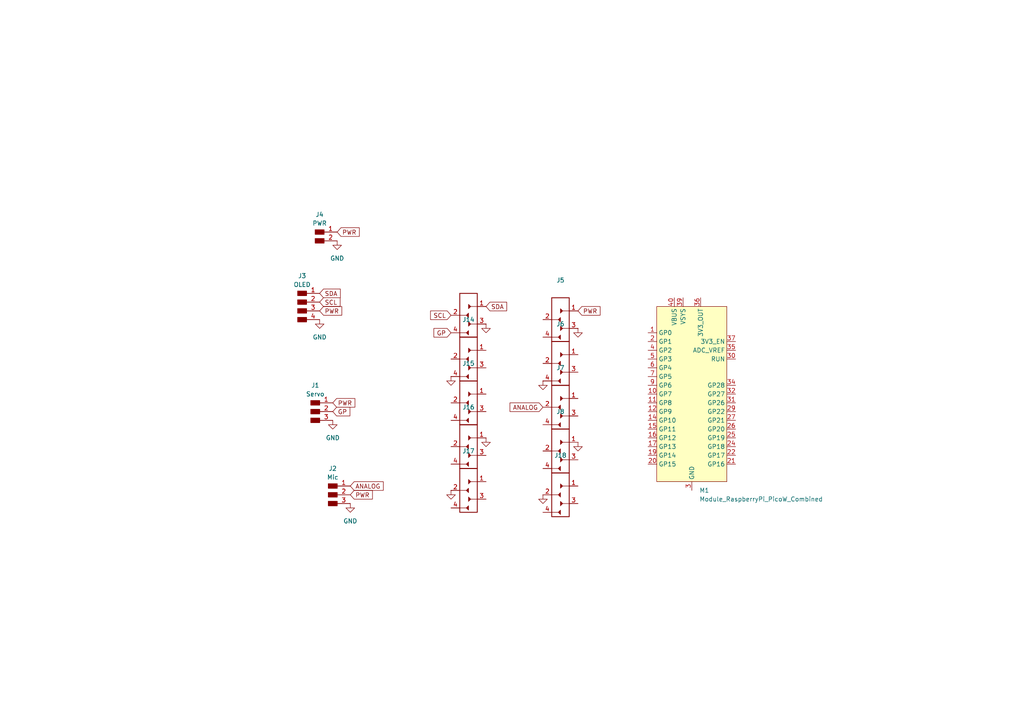
<source format=kicad_sch>
(kicad_sch (version 20231120) (generator "eeschema") (generator_version "8.0")
  (paper "A4")
  (lib_symbols
    (symbol "fab:Module_RaspberryPi_PicoW_Combined"
      (property "Reference" "M" (at 0 0 0))
      (property "Value" "Module_RaspberryPi_PicoW_Combined" (at 0 0 0))
      (symbol "Module_RaspberryPi_PicoW_Combined_1_1"
        (rectangle (start -10.16 25.4) (end 10.16 -25.4) (fill (type background)))
        (pin bidirectional line (at -12.7 17.78 0) (length 2.54) (name "GP0") (number "1"))
        (pin bidirectional line (at -12.7 0 0) (length 2.54) (name "GP7") (number "10"))
        (pin bidirectional line (at -12.7 -2.54 0) (length 2.54) (name "GP8") (number "11"))
        (pin bidirectional line (at -12.7 -5.08 0) (length 2.54) (name "GP9") (number "12"))
        (pin passive line (at 0 -27.94 90) (length 2.54) hide (name "GND") (number "13"))
        (pin bidirectional line (at -12.7 -7.62 0) (length 2.54) (name "GP10") (number "14"))
        (pin bidirectional line (at -12.7 -10.16 0) (length 2.54) (name "GP11") (number "15"))
        (pin bidirectional line (at -12.7 -12.7 0) (length 2.54) (name "GP12") (number "16"))
        (pin bidirectional line (at -12.7 -15.24 0) (length 2.54) (name "GP13") (number "17"))
        (pin passive line (at 0 -27.94 90) (length 2.54) hide (name "GND") (number "18"))
        (pin bidirectional line (at -12.7 -17.78 0) (length 2.54) (name "GP14") (number "19"))
        (pin bidirectional line (at -12.7 15.24 0) (length 2.54) (name "GP1") (number "2"))
        (pin bidirectional line (at -12.7 -20.32 0) (length 2.54) (name "GP15") (number "20"))
        (pin bidirectional line (at 12.7 -20.32 180) (length 2.54) (name "GP16") (number "21"))
        (pin bidirectional line (at 12.7 -17.78 180) (length 2.54) (name "GP17") (number "22"))
        (pin passive line (at 0 -27.94 90) (length 2.54) hide (name "GND") (number "23"))
        (pin bidirectional line (at 12.7 -15.24 180) (length 2.54) (name "GP18") (number "24"))
        (pin bidirectional line (at 12.7 -12.7 180) (length 2.54) (name "GP19") (number "25"))
        (pin bidirectional line (at 12.7 -10.16 180) (length 2.54) (name "GP20") (number "26"))
        (pin bidirectional line (at 12.7 -7.62 180) (length 2.54) (name "GP21") (number "27"))
        (pin passive line (at 0 -27.94 90) (length 2.54) hide (name "GND") (number "28"))
        (pin bidirectional line (at 12.7 -5.08 180) (length 2.54) (name "GP22") (number "29"))
        (pin power_in line (at 0 -27.94 90) (length 2.54) (name "GND") (number "3"))
        (pin input line (at 12.7 10.16 180) (length 2.54) (name "RUN") (number "30"))
        (pin bidirectional line (at 12.7 -2.54 180) (length 2.54) (name "GP26") (number "31"))
        (pin bidirectional line (at 12.7 0 180) (length 2.54) (name "GP27") (number "32"))
        (pin passive line (at 0 -27.94 90) (length 2.54) hide (name "GND") (number "33"))
        (pin bidirectional line (at 12.7 2.54 180) (length 2.54) (name "GP28") (number "34"))
        (pin input line (at 12.7 12.7 180) (length 2.54) (name "ADC_VREF") (number "35"))
        (pin power_in line (at 2.54 27.94 270) (length 2.54) (name "3V3_OUT") (number "36"))
        (pin input line (at 12.7 15.24 180) (length 2.54) (name "3V3_EN") (number "37"))
        (pin passive line (at 0 -27.94 90) (length 2.54) hide (name "GND") (number "38"))
        (pin power_in line (at -2.54 27.94 270) (length 2.54) (name "VSYS") (number "39"))
        (pin bidirectional line (at -12.7 12.7 0) (length 2.54) (name "GP2") (number "4"))
        (pin power_in line (at -5.08 27.94 270) (length 2.54) (name "VBUS") (number "40"))
        (pin bidirectional line (at -12.7 10.16 0) (length 2.54) (name "GP3") (number "5"))
        (pin bidirectional line (at -12.7 7.62 0) (length 2.54) (name "GP4") (number "6"))
        (pin bidirectional line (at -12.7 5.08 0) (length 2.54) (name "GP5") (number "7"))
        (pin passive line (at 0 -27.94 90) (length 2.54) hide (name "GND") (number "8"))
        (pin bidirectional line (at -12.7 2.54 0) (length 2.54) (name "GP6") (number "9"))
      )
    )
    (symbol "fab:PinHeader_01x02_P2.54mm_Horizontal_SMD" (pin_names hide)
      (property "Reference" "J" (at 0 2.54 0))
      (property "Value" "PinHeader_01x02_P2.54mm_Horizontal_SMD" (at 0 -5.08 0))
      (symbol "PinHeader_01x02_P2.54mm_Horizontal_SMD_1_1"
        (rectangle (start -1.27 -1.905) (end 1.27 -3.175) (stroke (width 0.254)) (fill (type outline)))
        (rectangle (start -1.27 0.635) (end 1.27 -0.635) (stroke (width 0.254)) (fill (type outline)))
        (pin passive line (at 5.08 0 180) (length 3.81) (name "Pin_1") (number "1"))
        (pin passive line (at 5.08 -2.54 180) (length 3.81) (name "Pin_2") (number "2"))
      )
    )
    (symbol "fab:PinHeader_01x03_P2.54mm_Horizontal_SMD" (pin_names hide)
      (property "Reference" "J" (at 0 5.08 0))
      (property "Value" "PinHeader_01x03_P2.54mm_Horizontal_SMD" (at 0 -5.08 0))
      (symbol "PinHeader_01x03_P2.54mm_Horizontal_SMD_1_1"
        (rectangle (start -1.27 -1.905) (end 1.27 -3.175) (stroke (width 0.254)) (fill (type outline)))
        (rectangle (start -1.27 0.635) (end 1.27 -0.635) (stroke (width 0.254)) (fill (type outline)))
        (rectangle (start -1.27 3.175) (end 1.27 1.905) (stroke (width 0.254)) (fill (type outline)))
        (pin passive line (at 5.08 2.54 180) (length 3.81) (name "Pin_1") (number "1"))
        (pin passive line (at 5.08 0 180) (length 3.81) (name "Pin_2") (number "2"))
        (pin passive line (at 5.08 -2.54 180) (length 3.81) (name "Pin_3") (number "3"))
      )
    )
    (symbol "fab:PinHeader_01x04_P2.54mm_Horizontal_SMD" (pin_names hide)
      (property "Reference" "J" (at 0 5.08 0))
      (property "Value" "PinHeader_01x04_P2.54mm_Horizontal_SMD" (at 0 -7.62 0))
      (symbol "PinHeader_01x04_P2.54mm_Horizontal_SMD_1_1"
        (rectangle (start -1.27 -4.445) (end 1.27 -5.715) (stroke (width 0.254)) (fill (type outline)))
        (rectangle (start -1.27 -1.905) (end 1.27 -3.175) (stroke (width 0.254)) (fill (type outline)))
        (rectangle (start -1.27 0.635) (end 1.27 -0.635) (stroke (width 0.254)) (fill (type outline)))
        (rectangle (start -1.27 3.175) (end 1.27 1.905) (stroke (width 0.254)) (fill (type outline)))
        (pin passive line (at 5.08 2.54 180) (length 3.81) (name "Pin_1") (number "1"))
        (pin passive line (at 5.08 0 180) (length 3.81) (name "Pin_2") (number "2"))
        (pin passive line (at 5.08 -2.54 180) (length 3.81) (name "Pin_3") (number "3"))
        (pin passive line (at 5.08 -5.08 180) (length 3.81) (name "Pin_4") (number "4"))
      )
    )
    (symbol "fab:PinSocket_01x04_P2.54mm_Vertical_SMD" (pin_names hide)
      (property "Reference" "J" (at 0 7.62 0))
      (property "Value" "PinSocket_01x04_P2.54mm_Vertical_SMD" (at 0 -7.62 0))
      (symbol "PinSocket_01x04_P2.54mm_Vertical_SMD_0_0"
        (polyline (pts (xy 0 -5.08) (xy -2.54 -5.08)))
        (polyline (pts (xy 0 0) (xy -2.54 0)))
        (polyline (pts (xy 2.54 -2.54) (xy 0 -2.54)))
        (polyline (pts (xy 2.54 2.54) (xy 0 2.54)))
        (polyline (pts (xy 0 -5.715) (xy -0.635 -5.08) (xy 0 -4.445) (xy 0 -5.715)) (fill (type outline)))
        (polyline (pts (xy 0 -3.175) (xy 0.635 -2.54) (xy 0 -1.905) (xy 0 -3.175)) (fill (type outline)))
        (polyline (pts (xy 0 -0.635) (xy -0.635 0) (xy 0 0.635) (xy 0 -0.635)) (fill (type outline)))
        (polyline (pts (xy 0 1.905) (xy 0.635 2.54) (xy 0 3.175) (xy 0 1.905)) (fill (type outline)))
      )
      (symbol "PinSocket_01x04_P2.54mm_Vertical_SMD_1_0"
        (rectangle (start -2.54 6.35) (end 2.54 -6.35) (stroke (width 0.254)))
      )
      (symbol "PinSocket_01x04_P2.54mm_Vertical_SMD_1_1"
        (pin passive line (at 5.08 2.54 180) (length 2.54) (name "Pin_1") (number "1"))
        (pin passive line (at -5.08 0 0) (length 2.54) (name "Pin_2") (number "2"))
        (pin passive line (at 5.08 -2.54 180) (length 2.54) (name "Pin_1") (number "3"))
        (pin passive line (at -5.08 -5.08 0) (length 2.54) (name "Pin_2") (number "4"))
      )
    )
    (symbol "power:GND" (power) (pin_numbers hide) (pin_names (offset 0) hide)
      (property "Value" "GND" (at 0 -3.81 0))
      (symbol "GND_0_1"
        (polyline (pts (xy 0 0) (xy 0 -1.27) (xy 1.27 -1.27) (xy 0 -2.54) (xy -1.27 -1.27) (xy 0 -1.27)))
      )
      (symbol "GND_1_1"
        (pin power_in line (at 0 0 270) (length 0) (name "~") (number "1"))
      )
    )
  )
  (global_label "GP" (shape input) (at 96.52 119.38 0) (property "Intersheetrefs" "${INTERSHEET_REFS}" (effects (hide yes))))
  (global_label "SCL" (shape input) (at 130.81 91.44 180) (property "Intersheetrefs" "${INTERSHEET_REFS}" (effects (hide yes))))
  (global_label "PWR" (shape input) (at 96.52 116.84 0) (property "Intersheetrefs" "${INTERSHEET_REFS}" (effects (hide yes))))
  (global_label "ANALOG" (shape input) (at 101.6 140.97 0) (property "Intersheetrefs" "${INTERSHEET_REFS}" (effects (hide yes))))
  (global_label "SDA" (shape input) (at 92.71 85.09 0) (property "Intersheetrefs" "${INTERSHEET_REFS}" (effects (hide yes))))
  (global_label "GP" (shape input) (at 130.81 96.52 180) (property "Intersheetrefs" "${INTERSHEET_REFS}" (effects (hide yes))))
  (global_label "PWR" (shape input) (at 101.6 143.51 0) (property "Intersheetrefs" "${INTERSHEET_REFS}" (effects (hide yes))))
  (global_label "SCL" (shape input) (at 92.71 87.63 0) (property "Intersheetrefs" "${INTERSHEET_REFS}" (effects (hide yes))))
  (global_label "ANALOG" (shape input) (at 157.48 118.11 180) (property "Intersheetrefs" "${INTERSHEET_REFS}" (effects (hide yes))))
  (global_label "SDA" (shape input) (at 140.97 88.9 0) (property "Intersheetrefs" "${INTERSHEET_REFS}" (effects (hide yes))))
  (global_label "PWR" (shape input) (at 92.71 90.17 0) (property "Intersheetrefs" "${INTERSHEET_REFS}" (effects (hide yes))))
  (global_label "PWR" (shape input) (at 97.79 67.31 0) (property "Intersheetrefs" "${INTERSHEET_REFS}" (effects (hide yes))))
  (global_label "PWR" (shape input) (at 167.64 90.17 0) (property "Intersheetrefs" "${INTERSHEET_REFS}" (effects (hide yes))))
  (symbol (lib_id "power:GND") (at 130.81 109.22 0) (unit 1)
    (property "Reference" "#PWR012" (effects (hide yes)))
    (property "Value" "GND" (effects (hide yes)))
    (property "Description" "Power symbol creates a global label with name \"GND\" , ground" (effects (hide yes)))
  )
  (symbol (lib_id "power:GND") (at 97.79 69.85 0) (unit 1)
    (property "Reference" "#PWR05" (effects (hide yes)))
    (property "Value" "GND" (at 97.79 74.93 0))
    (property "Description" "Power symbol creates a global label with name \"GND\" , ground" (effects (hide yes)))
  )
  (symbol (lib_id "fab:PinSocket_01x04_P2.54mm_Vertical_SMD") (at 135.89 104.14 0) (unit 1)
    (property "Reference" "J14" (at 135.89 92.71 0))
    (property "Value" "PinSocket_01x04_P2.54mm_Vertical_SMD" (effects (hide yes)))
    (property "Footprint" "fab:PinSocket_01x04_P2.54mm_Vertical_SMD" (effects (hide yes)))
    (property "Datasheet" "https://media.digikey.com/pdf/Data%20Sheets/Sullins%20PDFs/NPxCxx1KFXx-RC%2010487-D.pdf" (effects (hide yes)))
    (property "Description" "Top or Bottom Entry Connector 0.100\" (2.54mm) Surface Mount Tin" (effects (hide yes)))
  )
  (symbol (lib_id "power:GND") (at 167.64 128.27 0) (unit 1)
    (property "Reference" "#PWR09" (effects (hide yes)))
    (property "Value" "GND" (effects (hide yes)))
    (property "Description" "Power symbol creates a global label with name \"GND\" , ground" (effects (hide yes)))
  )
  (symbol (lib_id "fab:PinSocket_01x04_P2.54mm_Vertical_SMD") (at 162.56 105.41 0) (unit 1)
    (property "Reference" "J6" (at 162.56 93.98 0))
    (property "Value" "PinSocket_01x04_P2.54mm_Vertical_SMD" (effects (hide yes)))
    (property "Footprint" "fab:PinSocket_01x04_P2.54mm_Vertical_SMD" (effects (hide yes)))
    (property "Datasheet" "https://media.digikey.com/pdf/Data%20Sheets/Sullins%20PDFs/NPxCxx1KFXx-RC%2010487-D.pdf" (effects (hide yes)))
    (property "Description" "Top or Bottom Entry Connector 0.100\" (2.54mm) Surface Mount Tin" (effects (hide yes)))
  )
  (symbol (lib_id "power:GND") (at 140.97 127 0) (unit 1)
    (property "Reference" "#PWR011" (effects (hide yes)))
    (property "Value" "GND" (effects (hide yes)))
    (property "Description" "Power symbol creates a global label with name \"GND\" , ground" (effects (hide yes)))
  )
  (symbol (lib_id "fab:PinSocket_01x04_P2.54mm_Vertical_SMD") (at 162.56 143.51 0) (unit 1)
    (property "Reference" "J18" (at 162.56 132.08 0))
    (property "Value" "PinSocket_01x04_P2.54mm_Vertical_SMD" (effects (hide yes)))
    (property "Footprint" "fab:PinSocket_01x04_P2.54mm_Vertical_SMD" (effects (hide yes)))
    (property "Datasheet" "https://media.digikey.com/pdf/Data%20Sheets/Sullins%20PDFs/NPxCxx1KFXx-RC%2010487-D.pdf" (effects (hide yes)))
    (property "Description" "Top or Bottom Entry Connector 0.100\" (2.54mm) Surface Mount Tin" (effects (hide yes)))
  )
  (symbol (lib_id "fab:PinHeader_01x04_P2.54mm_Horizontal_SMD") (at 87.63 87.63 0) (unit 1)
    (property "Reference" "J3" (at 87.63 80.01 0))
    (property "Value" "OLED" (at 87.63 82.55 0))
    (property "Footprint" "fab:PinHeader_01x04_P2.54mm_Horizontal_SMD" (effects (hide yes)))
    (property "Description" "Male connector, single row" (effects (hide yes)))
  )
  (symbol (lib_id "fab:PinHeader_01x03_P2.54mm_Horizontal_SMD") (at 96.52 143.51 0) (unit 1)
    (property "Reference" "J2" (at 96.52 135.89 0))
    (property "Value" "Mic" (at 96.52 138.43 0))
    (property "Footprint" "fab:PinHeader_01x03_P2.54mm_Horizontal_SMD" (effects (hide yes)))
    (property "Description" "Male connector, single row" (effects (hide yes)))
  )
  (symbol (lib_id "power:GND") (at 92.71 92.71 0) (unit 1)
    (property "Reference" "#PWR01" (effects (hide yes)))
    (property "Value" "GND" (at 92.71 97.79 0))
    (property "Description" "Power symbol creates a global label with name \"GND\" , ground" (effects (hide yes)))
  )
  (symbol (lib_id "power:GND") (at 101.6 146.05 0) (unit 1)
    (property "Reference" "#PWR03" (effects (hide yes)))
    (property "Value" "GND" (at 101.6 151.13 0))
    (property "Description" "Power symbol creates a global label with name \"GND\" , ground" (effects (hide yes)))
  )
  (symbol (lib_id "fab:PinSocket_01x04_P2.54mm_Vertical_SMD") (at 135.89 116.84 0) (unit 1)
    (property "Reference" "J15" (at 135.89 105.41 0))
    (property "Value" "PinSocket_01x04_P2.54mm_Vertical_SMD" (effects (hide yes)))
    (property "Footprint" "fab:PinSocket_01x04_P2.54mm_Vertical_SMD" (effects (hide yes)))
    (property "Datasheet" "https://media.digikey.com/pdf/Data%20Sheets/Sullins%20PDFs/NPxCxx1KFXx-RC%2010487-D.pdf" (effects (hide yes)))
    (property "Description" "Top or Bottom Entry Connector 0.100\" (2.54mm) Surface Mount Tin" (effects (hide yes)))
  )
  (symbol (lib_id "fab:PinSocket_01x04_P2.54mm_Vertical_SMD") (at 135.89 129.54 0) (unit 1)
    (property "Reference" "J16" (at 135.89 118.11 0))
    (property "Value" "PinSocket_01x04_P2.54mm_Vertical_SMD" (effects (hide yes)))
    (property "Footprint" "fab:PinSocket_01x04_P2.54mm_Vertical_SMD" (effects (hide yes)))
    (property "Datasheet" "https://media.digikey.com/pdf/Data%20Sheets/Sullins%20PDFs/NPxCxx1KFXx-RC%2010487-D.pdf" (effects (hide yes)))
    (property "Description" "Top or Bottom Entry Connector 0.100\" (2.54mm) Surface Mount Tin" (effects (hide yes)))
  )
  (symbol (lib_id "fab:PinSocket_01x04_P2.54mm_Vertical_SMD") (at 162.56 130.81 0) (unit 1)
    (property "Reference" "J8" (at 162.56 119.38 0))
    (property "Value" "PinSocket_01x04_P2.54mm_Vertical_SMD" (effects (hide yes)))
    (property "Footprint" "fab:PinSocket_01x04_P2.54mm_Vertical_SMD" (effects (hide yes)))
    (property "Datasheet" "https://media.digikey.com/pdf/Data%20Sheets/Sullins%20PDFs/NPxCxx1KFXx-RC%2010487-D.pdf" (effects (hide yes)))
    (property "Description" "Top or Bottom Entry Connector 0.100\" (2.54mm) Surface Mount Tin" (effects (hide yes)))
  )
  (symbol (lib_id "power:GND") (at 157.48 110.49 0) (unit 1)
    (property "Reference" "#PWR07" (effects (hide yes)))
    (property "Value" "GND" (effects (hide yes)))
    (property "Description" "Power symbol creates a global label with name \"GND\" , ground" (effects (hide yes)))
  )
  (symbol (lib_id "fab:PinHeader_01x03_P2.54mm_Horizontal_SMD") (at 91.44 119.38 0) (unit 1)
    (property "Reference" "J1" (at 91.44 111.76 0))
    (property "Value" "Servo" (at 91.44 114.3 0))
    (property "Footprint" "fab:PinHeader_01x03_P2.54mm_Horizontal_SMD" (effects (hide yes)))
    (property "Description" "Male connector, single row" (effects (hide yes)))
  )
  (symbol (lib_id "fab:PinSocket_01x04_P2.54mm_Vertical_SMD") (at 162.56 92.71 0) (unit 1)
    (property "Reference" "J5" (at 162.56 81.28 0))
    (property "Value" "PinSocket_01x04_P2.54mm_Vertical_SMD" (effects (hide yes)))
    (property "Footprint" "fab:PinSocket_01x04_P2.54mm_Vertical_SMD" (effects (hide yes)))
    (property "Datasheet" "https://media.digikey.com/pdf/Data%20Sheets/Sullins%20PDFs/NPxCxx1KFXx-RC%2010487-D.pdf" (effects (hide yes)))
    (property "Description" "Top or Bottom Entry Connector 0.100\" (2.54mm) Surface Mount Tin" (effects (hide yes)))
  )
  (symbol (lib_id "fab:PinHeader_01x02_P2.54mm_Horizontal_SMD") (at 92.71 67.31 0) (unit 1)
    (property "Reference" "J4" (at 92.71 62.23 0))
    (property "Value" "PWR" (at 92.71 64.77 0))
    (property "Footprint" "fab:PinHeader_01x02_P2.54mm_Horizontal_SMD" (effects (hide yes)))
    (property "Description" "Male connector, single row" (effects (hide yes)))
  )
  (symbol (lib_id "power:GND") (at 167.64 95.25 0) (unit 1)
    (property "Reference" "#PWR04" (effects (hide yes)))
    (property "Value" "GND" (effects (hide yes)))
    (property "Description" "Power symbol creates a global label with name \"GND\" , ground" (effects (hide yes)))
  )
  (symbol (lib_id "fab:PinSocket_01x04_P2.54mm_Vertical_SMD") (at 135.89 142.24 0) (unit 1)
    (property "Reference" "J17" (at 135.89 130.81 0))
    (property "Value" "PinSocket_01x04_P2.54mm_Vertical_SMD" (effects (hide yes)))
    (property "Footprint" "fab:PinSocket_01x04_P2.54mm_Vertical_SMD" (effects (hide yes)))
    (property "Datasheet" "https://media.digikey.com/pdf/Data%20Sheets/Sullins%20PDFs/NPxCxx1KFXx-RC%2010487-D.pdf" (effects (hide yes)))
    (property "Description" "Top or Bottom Entry Connector 0.100\" (2.54mm) Surface Mount Tin" (effects (hide yes)))
  )
  (symbol (lib_id "fab:Module_RaspberryPi_PicoW_Combined") (at 200.66 114.3 0) (unit 1)
    (property "Reference" "M1" (at 202.8541 142.24 0) (effects (justify left)))
    (property "Value" "Module_RaspberryPi_PicoW_Combined" (at 202.8541 144.78 0) (effects (justify left)))
    (property "Footprint" "fab:RaspberryPi_PicoW_Combined" (effects (hide yes)))
    (property "Datasheet" "https://datasheets.raspberrypi.com/picow/pico-w-datasheet.pdf" (effects (hide yes)))
    (property "Description" "RP2040 Transceiver; 802.11 b/g/n (Wi-Fi, WiFi, WLAN), Bluetooth® 5 2.4GHz Evaluation Board" (effects (hide yes)))
  )
  (symbol (lib_id "power:GND") (at 140.97 93.98 0) (unit 1)
    (property "Reference" "#PWR06" (effects (hide yes)))
    (property "Value" "GND" (effects (hide yes)))
    (property "Description" "Power symbol creates a global label with name \"GND\" , ground" (effects (hide yes)))
  )
  (symbol (lib_id "power:GND") (at 130.81 142.24 0) (unit 1)
    (property "Reference" "#PWR010" (effects (hide yes)))
    (property "Value" "GND" (effects (hide yes)))
    (property "Description" "Power symbol creates a global label with name \"GND\" , ground" (effects (hide yes)))
  )
  (symbol (lib_id "power:GND") (at 96.52 121.92 0) (unit 1)
    (property "Reference" "#PWR02" (effects (hide yes)))
    (property "Value" "GND" (at 96.52 127 0))
    (property "Description" "Power symbol creates a global label with name \"GND\" , ground" (effects (hide yes)))
  )
  (symbol (lib_id "fab:PinSocket_01x04_P2.54mm_Vertical_SMD") (at 135.89 91.44 0) (unit 1)
    (property "Reference" "J13" (effects (hide yes)))
    (property "Value" "PinSocket_01x04_P2.54mm_Vertical_SMD" (effects (hide yes)))
    (property "Footprint" "fab:PinSocket_01x04_P2.54mm_Vertical_SMD" (effects (hide yes)))
    (property "Datasheet" "https://media.digikey.com/pdf/Data%20Sheets/Sullins%20PDFs/NPxCxx1KFXx-RC%2010487-D.pdf" (effects (hide yes)))
    (property "Description" "Top or Bottom Entry Connector 0.100\" (2.54mm) Surface Mount Tin" (effects (hide yes)))
  )
  (symbol (lib_id "power:GND") (at 157.48 143.51 0) (unit 1)
    (property "Reference" "#PWR08" (effects (hide yes)))
    (property "Value" "GND" (effects (hide yes)))
    (property "Description" "Power symbol creates a global label with name \"GND\" , ground" (effects (hide yes)))
  )
  (symbol (lib_id "fab:PinSocket_01x04_P2.54mm_Vertical_SMD") (at 162.56 118.11 0) (unit 1)
    (property "Reference" "J7" (at 162.56 106.68 0))
    (property "Value" "PinSocket_01x04_P2.54mm_Vertical_SMD" (effects (hide yes)))
    (property "Footprint" "fab:PinSocket_01x04_P2.54mm_Vertical_SMD" (effects (hide yes)))
    (property "Datasheet" "https://media.digikey.com/pdf/Data%20Sheets/Sullins%20PDFs/NPxCxx1KFXx-RC%2010487-D.pdf" (effects (hide yes)))
    (property "Description" "Top or Bottom Entry Connector 0.100\" (2.54mm) Surface Mount Tin" (effects (hide yes)))
  )
)
</source>
